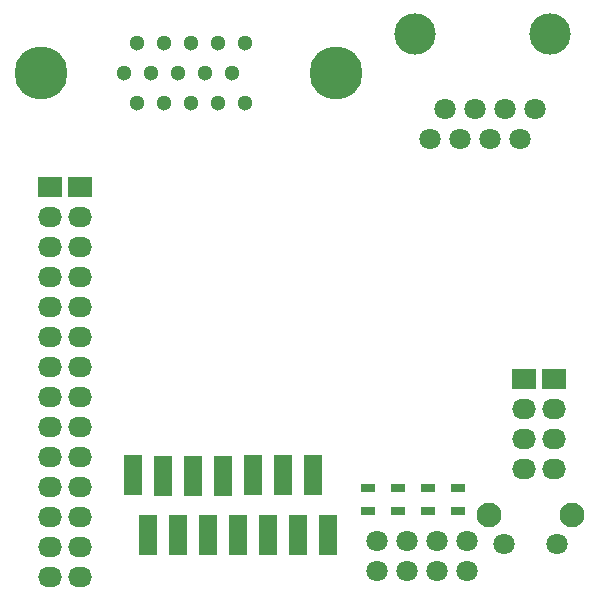
<source format=gts>
G04 #@! TF.FileFunction,Soldermask,Top*
%FSLAX46Y46*%
G04 Gerber Fmt 4.6, Leading zero omitted, Abs format (unit mm)*
G04 Created by KiCad (PCBNEW 4.0.0-2.201512091501+6195~38~ubuntu14.04.1-stable) date Wed 16 Dec 2015 16:01:55 GMT*
%MOMM*%
G01*
G04 APERTURE LIST*
%ADD10C,0.100000*%
%ADD11C,1.800000*%
%ADD12C,3.500000*%
%ADD13R,1.300000X0.700000*%
%ADD14C,2.100000*%
%ADD15C,1.300000*%
%ADD16C,4.500000*%
%ADD17R,2.032000X1.727200*%
%ADD18O,2.032000X1.727200*%
%ADD19R,1.500000X3.500000*%
G04 APERTURE END LIST*
D10*
D11*
X142621000Y-108712000D03*
X140081000Y-108712000D03*
X145161000Y-108712000D03*
X137541000Y-108712000D03*
X138811000Y-111252000D03*
X136271000Y-111252000D03*
X141351000Y-111252000D03*
X143891000Y-111252000D03*
D12*
X135001000Y-102362000D03*
X146431000Y-102362000D03*
D13*
X131064000Y-142682000D03*
X131064000Y-140782000D03*
X133604000Y-142682000D03*
X133604000Y-140782000D03*
X136144000Y-142682000D03*
X136144000Y-140782000D03*
X138684000Y-142682000D03*
X138684000Y-140782000D03*
D11*
X142530000Y-145522000D03*
X147030000Y-145522000D03*
D14*
X141280000Y-143022000D03*
X148280000Y-143022000D03*
D11*
X136906000Y-147828000D03*
X139446000Y-147828000D03*
X134366000Y-147828000D03*
X131826000Y-147828000D03*
X139446000Y-145288000D03*
X136906000Y-145288000D03*
X134366000Y-145288000D03*
X131826000Y-145288000D03*
D15*
X120654000Y-103124000D03*
X118364000Y-103124000D03*
X116074000Y-103124000D03*
X113784000Y-103124000D03*
X111494000Y-103124000D03*
X119514000Y-105664000D03*
X117224000Y-105664000D03*
X114934000Y-105664000D03*
X112644000Y-105664000D03*
X110354000Y-105664000D03*
X120654000Y-108204000D03*
X118364000Y-108204000D03*
X116074000Y-108204000D03*
X113784000Y-108204000D03*
X111494000Y-108204000D03*
D16*
X103329000Y-105664000D03*
X128319000Y-105664000D03*
D17*
X104140000Y-115316000D03*
D18*
X104140000Y-117856000D03*
X104140000Y-120396000D03*
X104140000Y-122936000D03*
X104140000Y-125476000D03*
X104140000Y-128016000D03*
X104140000Y-130556000D03*
X104140000Y-133096000D03*
X104140000Y-135636000D03*
X104140000Y-138176000D03*
X104140000Y-140716000D03*
X104140000Y-143256000D03*
X104140000Y-145796000D03*
X104140000Y-148336000D03*
D17*
X106680000Y-115316000D03*
D18*
X106680000Y-117856000D03*
X106680000Y-120396000D03*
X106680000Y-122936000D03*
X106680000Y-125476000D03*
X106680000Y-128016000D03*
X106680000Y-130556000D03*
X106680000Y-133096000D03*
X106680000Y-135636000D03*
X106680000Y-138176000D03*
X106680000Y-140716000D03*
X106680000Y-143256000D03*
X106680000Y-145796000D03*
X106680000Y-148336000D03*
D19*
X111125000Y-139700000D03*
X112395000Y-144740000D03*
X113665000Y-139740000D03*
X114935000Y-144740000D03*
X116205000Y-139740000D03*
X117475000Y-144740000D03*
X118745000Y-139740000D03*
X120015000Y-144740000D03*
X121285000Y-139700000D03*
X122555000Y-144740000D03*
X123825000Y-139700000D03*
X125095000Y-144780000D03*
X126365000Y-139700000D03*
X127635000Y-144780000D03*
D17*
X146812000Y-131572000D03*
D18*
X146812000Y-134112000D03*
X146812000Y-136652000D03*
X146812000Y-139192000D03*
D17*
X144272000Y-131572000D03*
D18*
X144272000Y-134112000D03*
X144272000Y-136652000D03*
X144272000Y-139192000D03*
M02*

</source>
